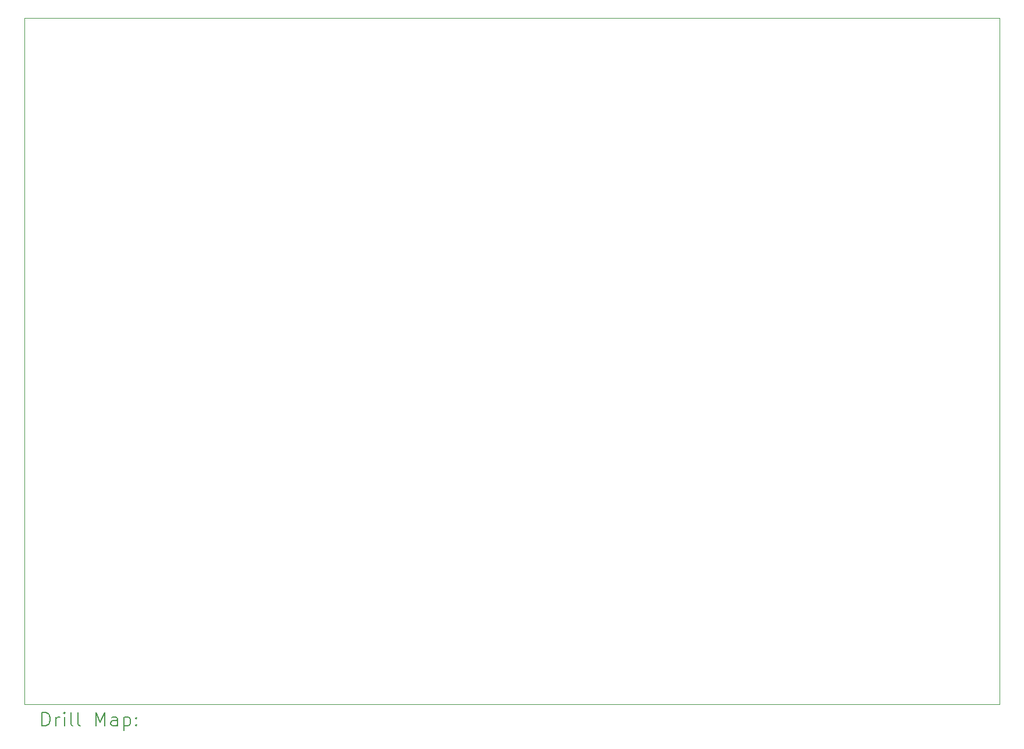
<source format=gbr>
%FSLAX45Y45*%
G04 Gerber Fmt 4.5, Leading zero omitted, Abs format (unit mm)*
G04 Created by KiCad (PCBNEW (5.99.0-10988-gd8b1e827c7)) date 2021-11-29 12:53:43*
%MOMM*%
%LPD*%
G01*
G04 APERTURE LIST*
%TA.AperFunction,Profile*%
%ADD10C,0.050000*%
%TD*%
%ADD11C,0.200000*%
G04 APERTURE END LIST*
D10*
X3810000Y-3400000D02*
X18000000Y-3400000D01*
X3810000Y-13400000D02*
X18000000Y-13400000D01*
X3810000Y-3400000D02*
X3810000Y-13400000D01*
X18000000Y-13400000D02*
X18000000Y-3400000D01*
D11*
X4065119Y-13712976D02*
X4065119Y-13512976D01*
X4112738Y-13512976D01*
X4141309Y-13522500D01*
X4160357Y-13541548D01*
X4169881Y-13560595D01*
X4179405Y-13598690D01*
X4179405Y-13627262D01*
X4169881Y-13665357D01*
X4160357Y-13684405D01*
X4141309Y-13703452D01*
X4112738Y-13712976D01*
X4065119Y-13712976D01*
X4265119Y-13712976D02*
X4265119Y-13579643D01*
X4265119Y-13617738D02*
X4274643Y-13598690D01*
X4284167Y-13589167D01*
X4303214Y-13579643D01*
X4322262Y-13579643D01*
X4388929Y-13712976D02*
X4388929Y-13579643D01*
X4388929Y-13512976D02*
X4379405Y-13522500D01*
X4388929Y-13532024D01*
X4398452Y-13522500D01*
X4388929Y-13512976D01*
X4388929Y-13532024D01*
X4512738Y-13712976D02*
X4493690Y-13703452D01*
X4484167Y-13684405D01*
X4484167Y-13512976D01*
X4617500Y-13712976D02*
X4598452Y-13703452D01*
X4588929Y-13684405D01*
X4588929Y-13512976D01*
X4846071Y-13712976D02*
X4846071Y-13512976D01*
X4912738Y-13655833D01*
X4979405Y-13512976D01*
X4979405Y-13712976D01*
X5160357Y-13712976D02*
X5160357Y-13608214D01*
X5150833Y-13589167D01*
X5131786Y-13579643D01*
X5093690Y-13579643D01*
X5074643Y-13589167D01*
X5160357Y-13703452D02*
X5141310Y-13712976D01*
X5093690Y-13712976D01*
X5074643Y-13703452D01*
X5065119Y-13684405D01*
X5065119Y-13665357D01*
X5074643Y-13646309D01*
X5093690Y-13636786D01*
X5141310Y-13636786D01*
X5160357Y-13627262D01*
X5255595Y-13579643D02*
X5255595Y-13779643D01*
X5255595Y-13589167D02*
X5274643Y-13579643D01*
X5312738Y-13579643D01*
X5331786Y-13589167D01*
X5341310Y-13598690D01*
X5350833Y-13617738D01*
X5350833Y-13674881D01*
X5341310Y-13693928D01*
X5331786Y-13703452D01*
X5312738Y-13712976D01*
X5274643Y-13712976D01*
X5255595Y-13703452D01*
X5436548Y-13693928D02*
X5446071Y-13703452D01*
X5436548Y-13712976D01*
X5427024Y-13703452D01*
X5436548Y-13693928D01*
X5436548Y-13712976D01*
X5436548Y-13589167D02*
X5446071Y-13598690D01*
X5436548Y-13608214D01*
X5427024Y-13598690D01*
X5436548Y-13589167D01*
X5436548Y-13608214D01*
M02*

</source>
